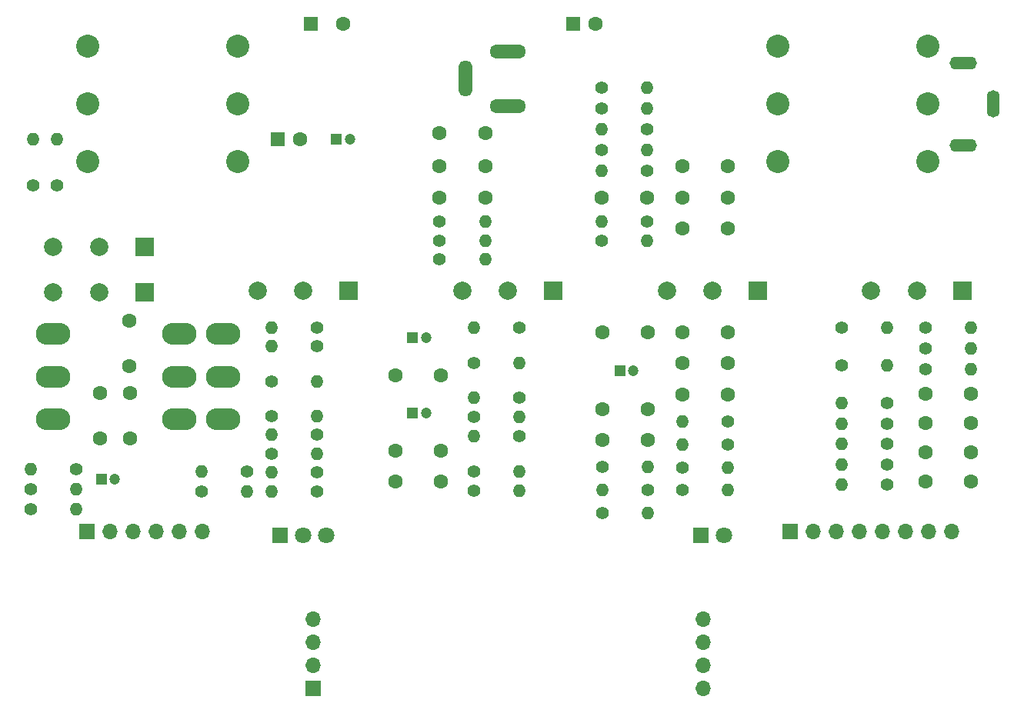
<source format=gbr>
G04 #@! TF.GenerationSoftware,KiCad,Pcbnew,7.0.10*
G04 #@! TF.CreationDate,2024-02-16T20:24:02-03:30*
G04 #@! TF.ProjectId,tight-distortion,74696768-742d-4646-9973-746f7274696f,rev?*
G04 #@! TF.SameCoordinates,Original*
G04 #@! TF.FileFunction,Soldermask,Bot*
G04 #@! TF.FilePolarity,Negative*
%FSLAX46Y46*%
G04 Gerber Fmt 4.6, Leading zero omitted, Abs format (unit mm)*
G04 Created by KiCad (PCBNEW 7.0.10) date 2024-02-16 20:24:02*
%MOMM*%
%LPD*%
G01*
G04 APERTURE LIST*
%ADD10O,4.000000X1.500000*%
%ADD11O,1.500000X4.000000*%
%ADD12C,2.540000*%
%ADD13O,3.000000X1.400000*%
%ADD14O,1.400000X3.000000*%
%ADD15R,1.700000X1.700000*%
%ADD16O,1.700000X1.700000*%
%ADD17C,1.600000*%
%ADD18R,1.200000X1.200000*%
%ADD19C,1.200000*%
%ADD20C,1.400000*%
%ADD21O,1.400000X1.400000*%
%ADD22R,1.600000X1.600000*%
%ADD23R,2.000000X2.000000*%
%ADD24C,2.000000*%
%ADD25R,1.800000X1.800000*%
%ADD26C,1.800000*%
%ADD27O,3.800000X2.400000*%
G04 APERTURE END LIST*
D10*
G04 #@! TO.C,J1*
X0Y29800000D03*
X0Y35800000D03*
D11*
X-4700000Y32800000D03*
G04 #@! TD*
D12*
G04 #@! TO.C,J2*
X-46250000Y23650000D03*
X-46250000Y30000000D03*
X-46250000Y36350000D03*
X-29750000Y23650000D03*
X-29750000Y30000000D03*
X-29750000Y36350000D03*
G04 #@! TD*
G04 #@! TO.C,J3*
X29750000Y23650000D03*
X29750000Y30000000D03*
X29750000Y36350000D03*
X46250000Y23650000D03*
X46250000Y30000000D03*
X46250000Y36350000D03*
G04 #@! TD*
D13*
G04 #@! TO.C,G1*
X50100000Y34500000D03*
D14*
X53400000Y30000000D03*
D13*
X50100000Y25500000D03*
G04 #@! TD*
D15*
G04 #@! TO.C,J4*
X31110000Y-17000000D03*
D16*
X33650000Y-17000000D03*
X36190000Y-17000000D03*
X38730000Y-17000000D03*
X41270000Y-17000000D03*
X43810000Y-17000000D03*
X46350000Y-17000000D03*
X48890000Y-17000000D03*
G04 #@! TD*
D17*
G04 #@! TO.C,C4*
X-41650000Y6200000D03*
X-41650000Y1200000D03*
G04 #@! TD*
G04 #@! TO.C,C5*
X-7400000Y-8135000D03*
X-12400000Y-8135000D03*
G04 #@! TD*
D18*
G04 #@! TO.C,C6*
X-44730000Y-11300000D03*
D19*
X-43230000Y-11300000D03*
G04 #@! TD*
D17*
G04 #@! TO.C,C8*
X-44850000Y-1800000D03*
X-44850000Y-6800000D03*
G04 #@! TD*
D18*
G04 #@! TO.C,C9*
X-10470000Y-3990000D03*
D19*
X-8970000Y-3990000D03*
G04 #@! TD*
D18*
G04 #@! TO.C,C13*
X-10470000Y4300000D03*
D19*
X-8970000Y4300000D03*
G04 #@! TD*
D17*
G04 #@! TO.C,C15*
X15400000Y4900000D03*
X10400000Y4900000D03*
G04 #@! TD*
G04 #@! TO.C,C22*
X15350000Y19700000D03*
X10350000Y19700000D03*
G04 #@! TD*
D20*
G04 #@! TO.C,R1*
X-33700000Y-12600000D03*
D21*
X-28700000Y-12600000D03*
G04 #@! TD*
D17*
G04 #@! TO.C,C37*
X51000000Y-1924998D03*
X46000000Y-1924998D03*
G04 #@! TD*
G04 #@! TO.C,C2*
X-41600000Y-6800000D03*
X-41600000Y-1800000D03*
G04 #@! TD*
D18*
G04 #@! TO.C,C39*
X-18870000Y26100000D03*
D19*
X-17370000Y26100000D03*
G04 #@! TD*
D22*
G04 #@! TO.C,C40*
X7155000Y38799999D03*
D17*
X9655000Y38799999D03*
G04 #@! TD*
D22*
G04 #@! TO.C,C47*
X-21652651Y38800000D03*
D17*
X-18152651Y38800000D03*
G04 #@! TD*
D16*
G04 #@! TO.C,J5*
X-21420000Y-31760000D03*
D15*
X-21420000Y-34300000D03*
D16*
X-21420000Y-26680000D03*
X-21420000Y-29220000D03*
X21500000Y-26680000D03*
X21500000Y-29220000D03*
X21500000Y-31760000D03*
X21500000Y-34300000D03*
G04 #@! TD*
D20*
G04 #@! TO.C,R2*
X-28700000Y-10400000D03*
D21*
X-33700000Y-10400000D03*
G04 #@! TD*
D20*
G04 #@! TO.C,R3*
X-21000000Y-12600000D03*
D21*
X-26000000Y-12600000D03*
G04 #@! TD*
D20*
G04 #@! TO.C,R4*
X-26000000Y-8453331D03*
D21*
X-21000000Y-8453331D03*
G04 #@! TD*
D20*
G04 #@! TO.C,R5*
X-21000000Y-10526664D03*
D21*
X-26000000Y-10526664D03*
G04 #@! TD*
D20*
G04 #@! TO.C,R7*
X-21000000Y-6379998D03*
D21*
X-26000000Y-6379998D03*
G04 #@! TD*
D20*
G04 #@! TO.C,R8*
X-26000000Y-4306665D03*
D21*
X-21000000Y-4306665D03*
G04 #@! TD*
D20*
G04 #@! TO.C,R9*
X-52250000Y21100000D03*
D21*
X-52250000Y26100000D03*
G04 #@! TD*
D20*
G04 #@! TO.C,R11*
X-21000000Y3326667D03*
D21*
X-26000000Y3326667D03*
G04 #@! TD*
D17*
G04 #@! TO.C,C3*
X-7400000Y-11500000D03*
X-12400000Y-11500000D03*
G04 #@! TD*
D20*
G04 #@! TO.C,R13*
X1300000Y5400000D03*
D21*
X-3700000Y5400000D03*
G04 #@! TD*
D20*
G04 #@! TO.C,R14*
X-49600000Y21100000D03*
D21*
X-49600000Y26100000D03*
G04 #@! TD*
D20*
G04 #@! TO.C,R15*
X-3700000Y1529000D03*
D21*
X1300000Y1529000D03*
G04 #@! TD*
D20*
G04 #@! TO.C,R16*
X1300000Y-2342000D03*
D21*
X-3700000Y-2342000D03*
G04 #@! TD*
D20*
G04 #@! TO.C,R17*
X-3700000Y-4442500D03*
D21*
X1300000Y-4442500D03*
G04 #@! TD*
D20*
G04 #@! TO.C,R18*
X1300000Y-6543000D03*
D21*
X-3700000Y-6543000D03*
G04 #@! TD*
D20*
G04 #@! TO.C,R19*
X-3700000Y-12514500D03*
D21*
X1300000Y-12514500D03*
G04 #@! TD*
D20*
G04 #@! TO.C,R20*
X-3700000Y-10414000D03*
D21*
X1300000Y-10414000D03*
G04 #@! TD*
D20*
G04 #@! TO.C,R21*
X15400000Y-12500000D03*
D21*
X10400000Y-12500000D03*
G04 #@! TD*
D20*
G04 #@! TO.C,R22*
X10400000Y-15000000D03*
D21*
X15400000Y-15000000D03*
G04 #@! TD*
D20*
G04 #@! TO.C,R26*
X15350000Y17100000D03*
D21*
X10350000Y17100000D03*
G04 #@! TD*
D20*
G04 #@! TO.C,R28*
X-7500000Y17100000D03*
D21*
X-2500000Y17100000D03*
G04 #@! TD*
D20*
G04 #@! TO.C,R29*
X-7500000Y15000000D03*
D21*
X-2500000Y15000000D03*
G04 #@! TD*
D20*
G04 #@! TO.C,R30*
X-7500000Y12900000D03*
D21*
X-2500000Y12900000D03*
G04 #@! TD*
D20*
G04 #@! TO.C,R31*
X24200000Y-4925000D03*
D21*
X19200000Y-4925000D03*
G04 #@! TD*
D23*
G04 #@! TO.C,RV1*
X-40000000Y9300000D03*
D24*
X-45000000Y9300000D03*
X-50000000Y9300000D03*
D23*
X-40000000Y14300000D03*
D24*
X-45000000Y14300000D03*
X-50000000Y14300000D03*
G04 #@! TD*
D20*
G04 #@! TO.C,R32*
X15350000Y22700000D03*
D21*
X10350000Y22700000D03*
G04 #@! TD*
D20*
G04 #@! TO.C,R12*
X-21000000Y5400000D03*
D21*
X-26000000Y5400000D03*
G04 #@! TD*
D20*
G04 #@! TO.C,R6*
X-47500000Y-10200000D03*
D21*
X-52500000Y-10200000D03*
G04 #@! TD*
D17*
G04 #@! TO.C,C36*
X46000000Y-8308330D03*
X51000000Y-8308330D03*
G04 #@! TD*
G04 #@! TO.C,C25*
X-7500000Y26800000D03*
X-2500000Y26800000D03*
G04 #@! TD*
G04 #@! TO.C,C20*
X15400000Y-6974000D03*
X10400000Y-6974000D03*
G04 #@! TD*
D22*
G04 #@! TO.C,C38*
X-25350000Y26100000D03*
D17*
X-22850000Y26100000D03*
G04 #@! TD*
G04 #@! TO.C,C23*
X-7500000Y23200000D03*
X-2500000Y23200000D03*
G04 #@! TD*
G04 #@! TO.C,C11*
X-12400000Y155000D03*
X-7400000Y155000D03*
G04 #@! TD*
D15*
G04 #@! TO.C,SW2*
X-46350000Y-17000000D03*
D16*
X-43810000Y-17000000D03*
X-41270000Y-17000000D03*
X-38730000Y-17000000D03*
X-36190000Y-17000000D03*
X-33650000Y-17000000D03*
G04 #@! TD*
D23*
G04 #@! TO.C,RV5*
X50000000Y9500000D03*
D24*
X45000000Y9500000D03*
X40000000Y9500000D03*
G04 #@! TD*
D23*
G04 #@! TO.C,RV4*
X-17500000Y9500000D03*
D24*
X-22500000Y9500000D03*
X-27500000Y9500000D03*
G04 #@! TD*
D23*
G04 #@! TO.C,RV3*
X5000000Y9500000D03*
D24*
X0Y9500000D03*
X-5000000Y9500000D03*
G04 #@! TD*
D23*
G04 #@! TO.C,RV2*
X27500000Y9500000D03*
D24*
X22500000Y9500000D03*
X17500000Y9500000D03*
G04 #@! TD*
D20*
G04 #@! TO.C,R10*
X-26000000Y-489999D03*
D21*
X-21000000Y-489999D03*
G04 #@! TD*
D17*
G04 #@! TO.C,C21*
X19200000Y-1950000D03*
X24200000Y-1950000D03*
G04 #@! TD*
D20*
G04 #@! TO.C,R61*
X19200000Y-12500000D03*
D21*
X24200000Y-12500000D03*
G04 #@! TD*
D20*
G04 #@! TO.C,R62*
X-52500000Y-12400000D03*
D21*
X-47500000Y-12400000D03*
G04 #@! TD*
D17*
G04 #@! TO.C,C35*
X46000000Y-11500000D03*
X51000000Y-11500000D03*
G04 #@! TD*
G04 #@! TO.C,C34*
X46000000Y-5116664D03*
X51000000Y-5116664D03*
G04 #@! TD*
G04 #@! TO.C,C31*
X24200000Y23200000D03*
X19200000Y23200000D03*
G04 #@! TD*
G04 #@! TO.C,C27*
X19200000Y4900000D03*
X24200000Y4900000D03*
G04 #@! TD*
G04 #@! TO.C,C29*
X24200000Y19700000D03*
X19200000Y19700000D03*
G04 #@! TD*
G04 #@! TO.C,C30*
X24200000Y16300000D03*
X19200000Y16300000D03*
G04 #@! TD*
D20*
G04 #@! TO.C,R44*
X46000000Y816668D03*
D21*
X51000000Y816668D03*
G04 #@! TD*
D20*
G04 #@! TO.C,R42*
X41700000Y-5165000D03*
D21*
X36700000Y-5165000D03*
G04 #@! TD*
D20*
G04 #@! TO.C,R40*
X41700000Y-2920000D03*
D21*
X36700000Y-2920000D03*
G04 #@! TD*
D20*
G04 #@! TO.C,R41*
X46000000Y5400000D03*
D21*
X51000000Y5400000D03*
G04 #@! TD*
D20*
G04 #@! TO.C,R37*
X36700000Y5400000D03*
D21*
X41700000Y5400000D03*
G04 #@! TD*
D20*
G04 #@! TO.C,R33*
X10350000Y29562500D03*
D21*
X15350000Y29562500D03*
G04 #@! TD*
D20*
G04 #@! TO.C,R34*
X10350000Y24987500D03*
D21*
X15350000Y24987500D03*
G04 #@! TD*
D20*
G04 #@! TO.C,R39*
X46000000Y3108334D03*
D21*
X51000000Y3108334D03*
G04 #@! TD*
D20*
G04 #@! TO.C,R36*
X15350000Y27275000D03*
D21*
X10350000Y27275000D03*
G04 #@! TD*
D20*
G04 #@! TO.C,R45*
X41700000Y-9655000D03*
D21*
X36700000Y-9655000D03*
G04 #@! TD*
D20*
G04 #@! TO.C,R46*
X41700000Y-11900000D03*
D21*
X36700000Y-11900000D03*
G04 #@! TD*
D20*
G04 #@! TO.C,R38*
X36700000Y1240000D03*
D21*
X41700000Y1240000D03*
G04 #@! TD*
D20*
G04 #@! TO.C,R35*
X10350000Y31850000D03*
D21*
X15350000Y31850000D03*
G04 #@! TD*
D20*
G04 #@! TO.C,R43*
X41700000Y-7410000D03*
D21*
X36700000Y-7410000D03*
G04 #@! TD*
D20*
G04 #@! TO.C,R24*
X19200000Y-9975000D03*
D21*
X24200000Y-9975000D03*
G04 #@! TD*
D20*
G04 #@! TO.C,R23*
X10400000Y-9962000D03*
D21*
X15400000Y-9962000D03*
G04 #@! TD*
D20*
G04 #@! TO.C,R27*
X10350000Y15000000D03*
D21*
X15350000Y15000000D03*
G04 #@! TD*
D20*
G04 #@! TO.C,R25*
X24200000Y-7450000D03*
D21*
X19200000Y-7450000D03*
G04 #@! TD*
D18*
G04 #@! TO.C,C17*
X12330000Y682000D03*
D19*
X13830000Y682000D03*
G04 #@! TD*
D17*
G04 #@! TO.C,C19*
X15400000Y-3536000D03*
X10400000Y-3536000D03*
G04 #@! TD*
G04 #@! TO.C,C26*
X19200000Y1475000D03*
X24200000Y1475000D03*
G04 #@! TD*
G04 #@! TO.C,C24*
X-7500000Y19700000D03*
X-2500000Y19700000D03*
G04 #@! TD*
D20*
G04 #@! TO.C,R63*
X-52500000Y-14600000D03*
D21*
X-47500000Y-14600000D03*
G04 #@! TD*
D25*
G04 #@! TO.C,D5*
X21230000Y-17450000D03*
D26*
X23770000Y-17450000D03*
G04 #@! TD*
D27*
G04 #@! TO.C,SW1*
X-36150000Y-4700000D03*
X-36150000Y0D03*
X-36150000Y4700000D03*
X-31350000Y-4700000D03*
X-31350000Y0D03*
X-31350000Y4700000D03*
G04 #@! TD*
G04 #@! TO.C,SW3*
X-50000000Y-4700000D03*
X-50000000Y0D03*
X-50000000Y4700000D03*
G04 #@! TD*
D25*
G04 #@! TO.C,D6*
X-25040000Y-17500000D03*
D26*
X-22500000Y-17500000D03*
X-19960000Y-17500000D03*
G04 #@! TD*
M02*

</source>
